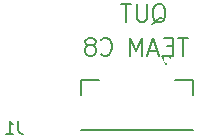
<source format=gbo>
G04 --- HEADER BEGIN --- *
G04 #@! TF.GenerationSoftware,LibrePCB,LibrePCB,1.1.0*
G04 #@! TF.CreationDate,2024-04-23T21:30:37*
G04 #@! TF.ProjectId,interfaceboard,7d1f5418-6340-4453-96b2-d8471fb3e645,version_1*
G04 #@! TF.Part,Single*
G04 #@! TF.SameCoordinates*
G04 #@! TF.FileFunction,Legend,Bot*
G04 #@! TF.FilePolarity,Positive*
%FSLAX66Y66*%
%MOMM*%
G01*
G75*
G04 --- HEADER END --- *
G04 --- APERTURE LIST BEGIN --- *
%ADD10C,0.127*%
%ADD11C,0.15*%
%ADD12C,0.1905*%
%ADD13C,0.01*%
%ADD14C,0.5532*%
%ADD15C,3.2032*%
G04 --- APERTURE LIST END --- *
G04 --- BOARD BEGIN --- *
D10*
G04 #@! TO.C,J1*
X36150000Y45280000D02*
X34620000Y45280000D01*
X34620000Y44030000D01*
X44120000Y41080000D02*
X34620000Y41080000D01*
X44120000Y44030000D02*
X44120000Y45280000D01*
X42590000Y45280000D01*
X42270000Y47335000D02*
X41870000Y46635000D01*
X41470000Y47335000D01*
X42270000Y47335000D01*
D11*
G04 #@! TD*
X40673899Y50048314D02*
X40818312Y50120520D01*
X40962725Y50264934D01*
X41177666Y50479874D01*
X41322079Y50552081D01*
X41466492Y50552081D01*
X41394285Y50192727D02*
X41537019Y50264934D01*
X41681432Y50409347D01*
X41753639Y50696494D01*
X41753639Y51200260D01*
X41681432Y51487407D01*
X41537019Y51631820D01*
X41394285Y51704027D01*
X41105459Y51704027D01*
X40962725Y51631820D01*
X40818312Y51487407D01*
X40746106Y51200260D01*
X40746106Y50696494D01*
X40818312Y50409347D01*
X40962725Y50264934D01*
X41105459Y50192727D01*
X41394285Y50192727D01*
X40221639Y51704027D02*
X40221639Y50479874D01*
X40149432Y50337140D01*
X40077226Y50264934D01*
X39934492Y50192727D01*
X39645666Y50192727D01*
X39501253Y50264934D01*
X39430725Y50337140D01*
X39358519Y50479874D01*
X39358519Y51704027D01*
X38906259Y51704027D02*
X38043139Y51704027D01*
X38474699Y50192727D02*
X38474699Y51704027D01*
X43727549Y48867273D02*
X42864429Y48867273D01*
X43295989Y47355973D02*
X43295989Y48867273D01*
X42412169Y48146887D02*
X41908402Y48146887D01*
X41691783Y47355973D02*
X42412169Y47355973D01*
X42412169Y48867273D01*
X41691783Y48867273D01*
X41095110Y47787533D02*
X40376403Y47787533D01*
X41239523Y47355973D02*
X40735756Y48867273D01*
X40231990Y47355973D01*
X39779730Y47355973D02*
X39779730Y48867273D01*
X39275963Y47787533D01*
X38772197Y48867273D01*
X38772197Y47355973D01*
X36327831Y47500386D02*
X36400038Y47428180D01*
X36614978Y47355973D01*
X36759391Y47355973D01*
X36976011Y47428180D01*
X37118745Y47572593D01*
X37190951Y47715327D01*
X37263158Y48004153D01*
X37263158Y48219093D01*
X37190951Y48507919D01*
X37118745Y48650653D01*
X36976011Y48795066D01*
X36759391Y48867273D01*
X36614978Y48867273D01*
X36400038Y48795066D01*
X36327831Y48722860D01*
X35588424Y48219093D02*
X35731158Y48291300D01*
X35803364Y48363506D01*
X35875571Y48507919D01*
X35875571Y48580126D01*
X35803364Y48722860D01*
X35731158Y48795066D01*
X35588424Y48867273D01*
X35299598Y48867273D01*
X35155185Y48795066D01*
X35084657Y48722860D01*
X35012451Y48580126D01*
X35012451Y48507919D01*
X35084657Y48363506D01*
X35155185Y48291300D01*
X35299598Y48219093D01*
X35588424Y48219093D01*
X35731158Y48146887D01*
X35803364Y48076359D01*
X35875571Y47931946D01*
X35875571Y47643120D01*
X35803364Y47500386D01*
X35731158Y47428180D01*
X35588424Y47355973D01*
X35299598Y47355973D01*
X35155185Y47428180D01*
X35084657Y47500386D01*
X35012451Y47643120D01*
X35012451Y47931946D01*
X35084657Y48076359D01*
X35155185Y48146887D01*
X35299598Y48219093D01*
D12*
G04 #@! TO.C,J1*
X29292913Y41840000D02*
X29292913Y41068757D01*
X29344489Y40915228D01*
X29447641Y40812076D01*
X29601170Y40760500D01*
X29704322Y40760500D01*
X28269999Y40760500D02*
X28886513Y40760500D01*
X28578256Y40760500D02*
X28578256Y41840000D01*
X28681408Y41685272D01*
X28783361Y41583319D01*
X28886513Y41531743D01*
%LPC*%
D13*
G36*
X43043800Y43786200D02*
X44496200Y43786200D01*
X44496200Y41483800D01*
X43043800Y41483800D01*
X43043800Y43786200D01*
G37*
G36*
X37643800Y45606200D02*
X38596200Y45606200D01*
X38596200Y44253800D01*
X37643800Y44253800D01*
X37643800Y45606200D01*
G37*
G36*
X36393800Y45606200D02*
X37346200Y45606200D01*
X37346200Y44253800D01*
X36393800Y44253800D01*
X36393800Y45606200D01*
G37*
G36*
X41393800Y45606200D02*
X42346200Y45606200D01*
X42346200Y44253800D01*
X41393800Y44253800D01*
X41393800Y45606200D01*
G37*
G36*
X38893800Y45606200D02*
X39846200Y45606200D01*
X39846200Y44253800D01*
X38893800Y44253800D01*
X38893800Y45606200D01*
G37*
G36*
X40143800Y45606200D02*
X41096200Y45606200D01*
X41096200Y44253800D01*
X40143800Y44253800D01*
X40143800Y45606200D01*
G37*
G36*
X34243800Y43786200D02*
X35696200Y43786200D01*
X35696200Y41483800D01*
X34243800Y41483800D01*
X34243800Y43786200D01*
G37*
D14*
G04 #@! TD*
X57150000Y54610000D03*
X26670000Y54610000D03*
X40640000Y46990000D03*
X46990000Y54610000D03*
X21000000Y53000000D03*
X41910000Y46990000D03*
X38100000Y46990000D03*
X30000000Y45000000D03*
X41000000Y43000000D03*
X36830000Y54610000D03*
D15*
X52070000Y45720000D03*
X26670000Y45720000D03*
G04 --- BOARD END --- *
G04 #@! TF.MD5,20c168f294ec5326650da9c791745c6e*
M02*

</source>
